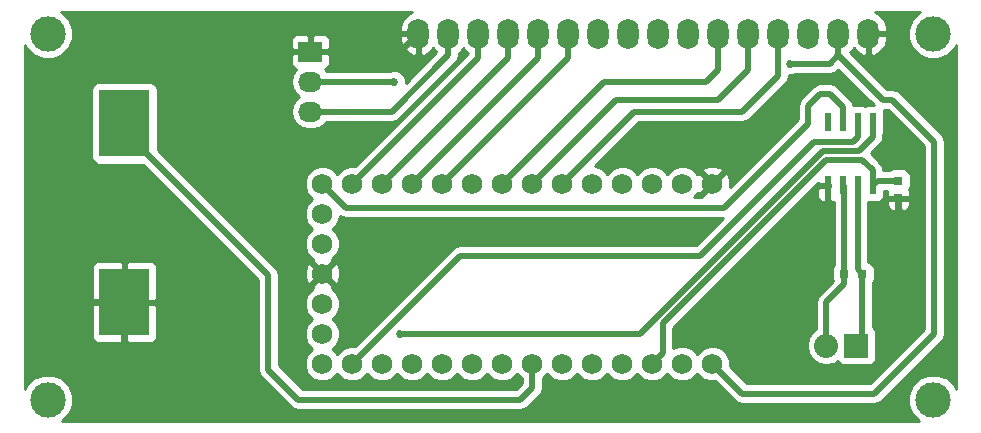
<source format=gtl>
G04 #@! TF.FileFunction,Copper,L1,Top,Signal*
%FSLAX46Y46*%
G04 Gerber Fmt 4.6, Leading zero omitted, Abs format (unit mm)*
G04 Created by KiCad (PCBNEW 4.0.1-3.201512221402+6198~38~ubuntu14.04.1-stable) date Sat 13 Aug 2016 09:47:32 AM PDT*
%MOMM*%
G01*
G04 APERTURE LIST*
%ADD10C,0.100000*%
%ADD11R,0.600000X1.550000*%
%ADD12R,0.800000X0.750000*%
%ADD13R,0.750000X0.800000*%
%ADD14R,2.032000X2.032000*%
%ADD15O,2.032000X2.032000*%
%ADD16O,1.800000X2.600000*%
%ADD17C,3.000000*%
%ADD18R,2.032000X1.727200*%
%ADD19O,2.032000X1.727200*%
%ADD20R,4.300000X5.700000*%
%ADD21C,1.727200*%
%ADD22C,0.685800*%
%ADD23C,0.508000*%
%ADD24C,0.254000*%
G04 APERTURE END LIST*
D10*
D11*
X166751000Y-92616000D03*
X168021000Y-92616000D03*
X169291000Y-92616000D03*
X170561000Y-92616000D03*
X170561000Y-87216000D03*
X169291000Y-87216000D03*
X168021000Y-87216000D03*
X166751000Y-87216000D03*
D12*
X169648000Y-100076000D03*
X168148000Y-100076000D03*
D13*
X172720000Y-92214000D03*
X172720000Y-93714000D03*
D14*
X169164000Y-106172000D03*
D15*
X166624000Y-106172000D03*
D16*
X170180000Y-79756000D03*
X167640000Y-79756000D03*
X165100000Y-79756000D03*
X162560000Y-79756000D03*
X160020000Y-79756000D03*
X157480000Y-79756000D03*
X154940000Y-79756000D03*
X152400000Y-79756000D03*
X149860000Y-79756000D03*
X147320000Y-79756000D03*
X144780000Y-79756000D03*
X142240000Y-79756000D03*
X139700000Y-79756000D03*
X137160000Y-79756000D03*
X134620000Y-79756000D03*
X132080000Y-79756000D03*
D17*
X175679100Y-79756000D03*
X175679100Y-110756700D03*
X100680520Y-110756700D03*
X100680520Y-79756000D03*
D18*
X122936000Y-81280000D03*
D19*
X122936000Y-83820000D03*
X122936000Y-86360000D03*
D20*
X107188000Y-87346000D03*
X107188000Y-102496000D03*
D21*
X156972000Y-92456000D03*
X154432000Y-92456000D03*
X151892000Y-92456000D03*
X149352000Y-92456000D03*
X146812000Y-92456000D03*
X144272000Y-92456000D03*
X141732000Y-92456000D03*
X139192000Y-92456000D03*
X136652000Y-92456000D03*
X134112000Y-92456000D03*
X131572000Y-92456000D03*
X129032000Y-92456000D03*
X126492000Y-92456000D03*
X123952000Y-92456000D03*
X123952000Y-94996000D03*
X123952000Y-97536000D03*
X123952000Y-100076000D03*
X123952000Y-102616000D03*
X123952000Y-105156000D03*
X123952000Y-107696000D03*
X131572000Y-107696000D03*
X151892000Y-107696000D03*
X136652000Y-107696000D03*
X134112000Y-107696000D03*
X154432000Y-107696000D03*
X146812000Y-107696000D03*
X156972000Y-107696000D03*
X144272000Y-107696000D03*
X141732000Y-107696000D03*
X139192000Y-107696000D03*
X149352000Y-107696000D03*
X126492000Y-107696000D03*
X129032000Y-107696000D03*
D22*
X102616000Y-102616000D03*
X107188000Y-107696000D03*
X166624000Y-94488000D03*
X172720000Y-95504000D03*
X163576000Y-82296000D03*
X130048000Y-83820000D03*
X130556000Y-105156000D03*
D23*
X169291000Y-92616000D02*
X169291000Y-99719000D01*
X169291000Y-99719000D02*
X169648000Y-100076000D01*
X169648000Y-100076000D02*
X169648000Y-105688000D01*
X169648000Y-105688000D02*
X169164000Y-106172000D01*
X168148000Y-100076000D02*
X168148000Y-92743000D01*
X168148000Y-92743000D02*
X168021000Y-92616000D01*
X168148000Y-100076000D02*
X168148000Y-100959000D01*
X168148000Y-100959000D02*
X166624000Y-102483000D01*
X166624000Y-102483000D02*
X166624000Y-104735160D01*
X166624000Y-104735160D02*
X166624000Y-106172000D01*
X172720000Y-92214000D02*
X170963000Y-92214000D01*
X170963000Y-92214000D02*
X170561000Y-92616000D01*
X169672000Y-90424000D02*
X170561000Y-91313000D01*
X170561000Y-91313000D02*
X170561000Y-92616000D01*
X166624000Y-90424000D02*
X169672000Y-90424000D01*
X152755599Y-104292401D02*
X166624000Y-90424000D01*
X151892000Y-107696000D02*
X152755599Y-106832401D01*
X152755599Y-106832401D02*
X152755599Y-104292401D01*
X102736000Y-102496000D02*
X102616000Y-102616000D01*
X107188000Y-102496000D02*
X102736000Y-102496000D01*
X107188000Y-102496000D02*
X107188000Y-107696000D01*
X166751000Y-92616000D02*
X166751000Y-94361000D01*
X166751000Y-94361000D02*
X166624000Y-94488000D01*
X172720000Y-93714000D02*
X172720000Y-95504000D01*
X122936000Y-81280000D02*
X130556000Y-81280000D01*
X130556000Y-81280000D02*
X132080000Y-79756000D01*
X166908000Y-82296000D02*
X163576000Y-82296000D01*
X167640000Y-81564000D02*
X166908000Y-82296000D01*
X170688000Y-110236000D02*
X159512000Y-110236000D01*
X159512000Y-110236000D02*
X156972000Y-107696000D01*
X175768000Y-105156000D02*
X170688000Y-110236000D01*
X175768000Y-88900000D02*
X175768000Y-105156000D01*
X172212000Y-85344000D02*
X175768000Y-88900000D01*
X171420000Y-85344000D02*
X172212000Y-85344000D01*
X167640000Y-79756000D02*
X167640000Y-81564000D01*
X167640000Y-81564000D02*
X171420000Y-85344000D01*
X134620000Y-79756000D02*
X134620000Y-81564000D01*
X134620000Y-81564000D02*
X129824000Y-86360000D01*
X129824000Y-86360000D02*
X124460000Y-86360000D01*
X124460000Y-86360000D02*
X122936000Y-86360000D01*
X122936000Y-83820000D02*
X130048000Y-83820000D01*
X159512000Y-86360000D02*
X162560000Y-83312000D01*
X162560000Y-83312000D02*
X162560000Y-79756000D01*
X150368000Y-86360000D02*
X159512000Y-86360000D01*
X144272000Y-92456000D02*
X150368000Y-86360000D01*
X157480000Y-85344000D02*
X160020000Y-82804000D01*
X160020000Y-82804000D02*
X160020000Y-79756000D01*
X148844000Y-85344000D02*
X157480000Y-85344000D01*
X141732000Y-92456000D02*
X148844000Y-85344000D01*
X156464000Y-83820000D02*
X157480000Y-82804000D01*
X157480000Y-82804000D02*
X157480000Y-79756000D01*
X147828000Y-83820000D02*
X156464000Y-83820000D01*
X139192000Y-92456000D02*
X147828000Y-83820000D01*
X134112000Y-92456000D02*
X144780000Y-81788000D01*
X144780000Y-81788000D02*
X144780000Y-79756000D01*
X131572000Y-92456000D02*
X142240000Y-81788000D01*
X142240000Y-81788000D02*
X142240000Y-79756000D01*
X139700000Y-81788000D02*
X139700000Y-79756000D01*
X129032000Y-92456000D02*
X139700000Y-81788000D01*
X126492000Y-92456000D02*
X137160000Y-81788000D01*
X137160000Y-81788000D02*
X137160000Y-79756000D01*
X140716000Y-110744000D02*
X141732000Y-109728000D01*
X141732000Y-109728000D02*
X141732000Y-107696000D01*
X121920000Y-110744000D02*
X140716000Y-110744000D01*
X119380000Y-108204000D02*
X121920000Y-110744000D01*
X119380000Y-100238000D02*
X119380000Y-108204000D01*
X107188000Y-87346000D02*
X107188000Y-88046000D01*
X107188000Y-88046000D02*
X119380000Y-100238000D01*
X169398011Y-89661989D02*
X170561000Y-88499000D01*
X166308365Y-89661989D02*
X169398011Y-89661989D01*
X130556000Y-105156000D02*
X150814354Y-105156000D01*
X170561000Y-88499000D02*
X170561000Y-87216000D01*
X150814354Y-105156000D02*
X166308365Y-89661989D01*
X168890022Y-88899978D02*
X169291000Y-88499000D01*
X165608022Y-88899978D02*
X168890022Y-88899978D01*
X135636000Y-98552000D02*
X155956000Y-98552000D01*
X126492000Y-107696000D02*
X135636000Y-98552000D01*
X155956000Y-98552000D02*
X165608022Y-88899978D01*
X169291000Y-88499000D02*
X169291000Y-87216000D01*
X165100000Y-85852000D02*
X166116000Y-84836000D01*
X165100000Y-85852000D02*
X165100000Y-87376000D01*
X166924000Y-84836000D02*
X166116000Y-84836000D01*
X168021000Y-87216000D02*
X168021000Y-85933000D01*
X168021000Y-85933000D02*
X166924000Y-84836000D01*
X123952000Y-92456000D02*
X125984000Y-94488000D01*
X125984000Y-94488000D02*
X157988000Y-94488000D01*
X157988000Y-94488000D02*
X165100000Y-87376000D01*
D24*
G36*
X131084394Y-78180788D02*
X130710446Y-78651248D01*
X130545000Y-79229000D01*
X130545000Y-79629000D01*
X131953000Y-79629000D01*
X131953000Y-79609000D01*
X132207000Y-79609000D01*
X132207000Y-79629000D01*
X132227000Y-79629000D01*
X132227000Y-79883000D01*
X132207000Y-79883000D01*
X132207000Y-81526378D01*
X132444740Y-81647036D01*
X132550086Y-81622756D01*
X133075606Y-81331212D01*
X133343808Y-80993790D01*
X133534591Y-81279318D01*
X133602243Y-81324521D01*
X131025830Y-83900934D01*
X131026069Y-83626337D01*
X130877507Y-83266788D01*
X130602659Y-82991460D01*
X130243370Y-82842270D01*
X129854337Y-82841931D01*
X129638773Y-82931000D01*
X124294453Y-82931000D01*
X124180415Y-82760330D01*
X124158220Y-82745500D01*
X124311698Y-82681927D01*
X124490327Y-82503299D01*
X124587000Y-82269910D01*
X124587000Y-81565750D01*
X124428250Y-81407000D01*
X123063000Y-81407000D01*
X123063000Y-81427000D01*
X122809000Y-81427000D01*
X122809000Y-81407000D01*
X121443750Y-81407000D01*
X121285000Y-81565750D01*
X121285000Y-82269910D01*
X121381673Y-82503299D01*
X121560302Y-82681927D01*
X121713780Y-82745500D01*
X121691585Y-82760330D01*
X121366729Y-83246511D01*
X121252655Y-83820000D01*
X121366729Y-84393489D01*
X121691585Y-84879670D01*
X122006366Y-85090000D01*
X121691585Y-85300330D01*
X121366729Y-85786511D01*
X121252655Y-86360000D01*
X121366729Y-86933489D01*
X121691585Y-87419670D01*
X122177766Y-87744526D01*
X122751255Y-87858600D01*
X123120745Y-87858600D01*
X123694234Y-87744526D01*
X124180415Y-87419670D01*
X124294453Y-87249000D01*
X129824000Y-87249000D01*
X130164206Y-87181329D01*
X130452618Y-86988618D01*
X135248618Y-82192618D01*
X135441329Y-81904206D01*
X135509000Y-81564000D01*
X135509000Y-81410554D01*
X135705409Y-81279318D01*
X135890000Y-81003058D01*
X136074591Y-81279318D01*
X136271000Y-81410554D01*
X136271000Y-81419764D01*
X126733154Y-90957610D01*
X126195218Y-90957141D01*
X125644220Y-91184808D01*
X125222290Y-91606003D01*
X125221905Y-91606931D01*
X124801997Y-91186290D01*
X124251398Y-90957661D01*
X123655218Y-90957141D01*
X123104220Y-91184808D01*
X122682290Y-91606003D01*
X122453661Y-92156602D01*
X122453141Y-92752782D01*
X122680808Y-93303780D01*
X123102003Y-93725710D01*
X123102931Y-93726095D01*
X122682290Y-94146003D01*
X122453661Y-94696602D01*
X122453141Y-95292782D01*
X122680808Y-95843780D01*
X123102003Y-96265710D01*
X123102931Y-96266095D01*
X122682290Y-96686003D01*
X122453661Y-97236602D01*
X122453141Y-97832782D01*
X122680808Y-98383780D01*
X123102003Y-98805710D01*
X123142537Y-98822541D01*
X123077800Y-99022195D01*
X123952000Y-99896395D01*
X124826200Y-99022195D01*
X124761601Y-98822967D01*
X124799780Y-98807192D01*
X125221710Y-98385997D01*
X125450339Y-97835398D01*
X125450859Y-97239218D01*
X125223192Y-96688220D01*
X124801997Y-96266290D01*
X124801069Y-96265905D01*
X125221710Y-95845997D01*
X125450339Y-95295398D01*
X125450440Y-95180134D01*
X125643794Y-95309329D01*
X125984000Y-95377000D01*
X157873764Y-95377000D01*
X155587764Y-97663000D01*
X135636000Y-97663000D01*
X135295794Y-97730671D01*
X135007382Y-97923382D01*
X126733154Y-106197610D01*
X126195218Y-106197141D01*
X125644220Y-106424808D01*
X125222290Y-106846003D01*
X125221905Y-106846931D01*
X124801997Y-106426290D01*
X124801069Y-106425905D01*
X125221710Y-106005997D01*
X125450339Y-105455398D01*
X125450859Y-104859218D01*
X125223192Y-104308220D01*
X124801997Y-103886290D01*
X124801069Y-103885905D01*
X125221710Y-103465997D01*
X125450339Y-102915398D01*
X125450859Y-102319218D01*
X125223192Y-101768220D01*
X124801997Y-101346290D01*
X124761463Y-101329459D01*
X124826200Y-101129805D01*
X123952000Y-100255605D01*
X123077800Y-101129805D01*
X123142399Y-101329033D01*
X123104220Y-101344808D01*
X122682290Y-101766003D01*
X122453661Y-102316602D01*
X122453141Y-102912782D01*
X122680808Y-103463780D01*
X123102003Y-103885710D01*
X123102931Y-103886095D01*
X122682290Y-104306003D01*
X122453661Y-104856602D01*
X122453141Y-105452782D01*
X122680808Y-106003780D01*
X123102003Y-106425710D01*
X123102931Y-106426095D01*
X122682290Y-106846003D01*
X122453661Y-107396602D01*
X122453141Y-107992782D01*
X122680808Y-108543780D01*
X123102003Y-108965710D01*
X123652602Y-109194339D01*
X124248782Y-109194859D01*
X124799780Y-108967192D01*
X125221710Y-108545997D01*
X125222095Y-108545069D01*
X125642003Y-108965710D01*
X126192602Y-109194339D01*
X126788782Y-109194859D01*
X127339780Y-108967192D01*
X127761710Y-108545997D01*
X127762095Y-108545069D01*
X128182003Y-108965710D01*
X128732602Y-109194339D01*
X129328782Y-109194859D01*
X129879780Y-108967192D01*
X130301710Y-108545997D01*
X130302095Y-108545069D01*
X130722003Y-108965710D01*
X131272602Y-109194339D01*
X131868782Y-109194859D01*
X132419780Y-108967192D01*
X132841710Y-108545997D01*
X132842095Y-108545069D01*
X133262003Y-108965710D01*
X133812602Y-109194339D01*
X134408782Y-109194859D01*
X134959780Y-108967192D01*
X135381710Y-108545997D01*
X135382095Y-108545069D01*
X135802003Y-108965710D01*
X136352602Y-109194339D01*
X136948782Y-109194859D01*
X137499780Y-108967192D01*
X137921710Y-108545997D01*
X137922095Y-108545069D01*
X138342003Y-108965710D01*
X138892602Y-109194339D01*
X139488782Y-109194859D01*
X140039780Y-108967192D01*
X140461710Y-108545997D01*
X140462095Y-108545069D01*
X140843000Y-108926639D01*
X140843000Y-109359764D01*
X140347764Y-109855000D01*
X122288236Y-109855000D01*
X120269000Y-107835764D01*
X120269000Y-100238000D01*
X120201329Y-99897794D01*
X120165405Y-99844030D01*
X122441752Y-99844030D01*
X122467942Y-100439635D01*
X122645484Y-100868259D01*
X122898195Y-100950200D01*
X123772395Y-100076000D01*
X124131605Y-100076000D01*
X125005805Y-100950200D01*
X125258516Y-100868259D01*
X125462248Y-100307970D01*
X125436058Y-99712365D01*
X125258516Y-99283741D01*
X125005805Y-99201800D01*
X124131605Y-100076000D01*
X123772395Y-100076000D01*
X122898195Y-99201800D01*
X122645484Y-99283741D01*
X122441752Y-99844030D01*
X120165405Y-99844030D01*
X120008618Y-99609382D01*
X109985440Y-89586204D01*
X109985440Y-84496000D01*
X109941162Y-84260683D01*
X109802090Y-84044559D01*
X109589890Y-83899569D01*
X109338000Y-83848560D01*
X105038000Y-83848560D01*
X104802683Y-83892838D01*
X104586559Y-84031910D01*
X104441569Y-84244110D01*
X104390560Y-84496000D01*
X104390560Y-90196000D01*
X104434838Y-90431317D01*
X104573910Y-90647441D01*
X104786110Y-90792431D01*
X105038000Y-90843440D01*
X108728204Y-90843440D01*
X118491000Y-100606236D01*
X118491000Y-108204000D01*
X118558671Y-108544206D01*
X118751382Y-108832618D01*
X121291382Y-111372618D01*
X121579794Y-111565329D01*
X121920000Y-111633000D01*
X140716000Y-111633000D01*
X141056206Y-111565329D01*
X141344618Y-111372618D01*
X142360618Y-110356618D01*
X142441212Y-110236000D01*
X142553329Y-110068206D01*
X142621000Y-109728000D01*
X142621000Y-108926044D01*
X143001710Y-108545997D01*
X143002095Y-108545069D01*
X143422003Y-108965710D01*
X143972602Y-109194339D01*
X144568782Y-109194859D01*
X145119780Y-108967192D01*
X145541710Y-108545997D01*
X145542095Y-108545069D01*
X145962003Y-108965710D01*
X146512602Y-109194339D01*
X147108782Y-109194859D01*
X147659780Y-108967192D01*
X148081710Y-108545997D01*
X148082095Y-108545069D01*
X148502003Y-108965710D01*
X149052602Y-109194339D01*
X149648782Y-109194859D01*
X150199780Y-108967192D01*
X150621710Y-108545997D01*
X150622095Y-108545069D01*
X151042003Y-108965710D01*
X151592602Y-109194339D01*
X152188782Y-109194859D01*
X152739780Y-108967192D01*
X153161710Y-108545997D01*
X153162095Y-108545069D01*
X153582003Y-108965710D01*
X154132602Y-109194339D01*
X154728782Y-109194859D01*
X155279780Y-108967192D01*
X155701710Y-108545997D01*
X155702095Y-108545069D01*
X156122003Y-108965710D01*
X156672602Y-109194339D01*
X157213575Y-109194811D01*
X158883382Y-110864618D01*
X159171794Y-111057329D01*
X159512000Y-111125000D01*
X170688000Y-111125000D01*
X171028206Y-111057329D01*
X171316618Y-110864618D01*
X176396618Y-105784618D01*
X176461176Y-105688000D01*
X176589329Y-105496206D01*
X176657000Y-105156000D01*
X176657000Y-88900000D01*
X176589329Y-88559794D01*
X176396618Y-88271382D01*
X172840618Y-84715382D01*
X172729790Y-84641329D01*
X172552206Y-84522671D01*
X172212000Y-84455000D01*
X171788236Y-84455000D01*
X168657757Y-81324521D01*
X168725409Y-81279318D01*
X168916192Y-80993790D01*
X169184394Y-81331212D01*
X169709914Y-81622756D01*
X169815260Y-81647036D01*
X170053000Y-81526378D01*
X170053000Y-79883000D01*
X170307000Y-79883000D01*
X170307000Y-81526378D01*
X170544740Y-81647036D01*
X170650086Y-81622756D01*
X171175606Y-81331212D01*
X171549554Y-80860752D01*
X171715000Y-80283000D01*
X171715000Y-79883000D01*
X170307000Y-79883000D01*
X170053000Y-79883000D01*
X170033000Y-79883000D01*
X170033000Y-79629000D01*
X170053000Y-79629000D01*
X170053000Y-79609000D01*
X170307000Y-79609000D01*
X170307000Y-79629000D01*
X171715000Y-79629000D01*
X171715000Y-79229000D01*
X171549554Y-78651248D01*
X171175606Y-78180788D01*
X170716340Y-77926000D01*
X174517235Y-77926000D01*
X174471300Y-77944980D01*
X173870191Y-78545041D01*
X173544472Y-79329459D01*
X173543730Y-80178815D01*
X173868080Y-80963800D01*
X174468141Y-81564909D01*
X175252559Y-81890628D01*
X176101915Y-81891370D01*
X176886900Y-81567020D01*
X177488009Y-80966959D01*
X177598000Y-80702071D01*
X177598000Y-109809989D01*
X177490120Y-109548900D01*
X176890059Y-108947791D01*
X176105641Y-108622072D01*
X175256285Y-108621330D01*
X174471300Y-108945680D01*
X173870191Y-109545741D01*
X173544472Y-110330159D01*
X173543730Y-111179515D01*
X173868080Y-111964500D01*
X174468141Y-112565609D01*
X174488349Y-112574000D01*
X101873121Y-112574000D01*
X101888320Y-112567720D01*
X102489429Y-111967659D01*
X102815148Y-111183241D01*
X102815890Y-110333885D01*
X102491540Y-109548900D01*
X101891479Y-108947791D01*
X101107061Y-108622072D01*
X100257705Y-108621330D01*
X99472720Y-108945680D01*
X98871611Y-109545741D01*
X98754000Y-109828980D01*
X98754000Y-102781750D01*
X104403000Y-102781750D01*
X104403000Y-105472309D01*
X104499673Y-105705698D01*
X104678301Y-105884327D01*
X104911690Y-105981000D01*
X106902250Y-105981000D01*
X107061000Y-105822250D01*
X107061000Y-102623000D01*
X107315000Y-102623000D01*
X107315000Y-105822250D01*
X107473750Y-105981000D01*
X109464310Y-105981000D01*
X109697699Y-105884327D01*
X109876327Y-105705698D01*
X109973000Y-105472309D01*
X109973000Y-102781750D01*
X109814250Y-102623000D01*
X107315000Y-102623000D01*
X107061000Y-102623000D01*
X104561750Y-102623000D01*
X104403000Y-102781750D01*
X98754000Y-102781750D01*
X98754000Y-99519691D01*
X104403000Y-99519691D01*
X104403000Y-102210250D01*
X104561750Y-102369000D01*
X107061000Y-102369000D01*
X107061000Y-99169750D01*
X107315000Y-99169750D01*
X107315000Y-102369000D01*
X109814250Y-102369000D01*
X109973000Y-102210250D01*
X109973000Y-99519691D01*
X109876327Y-99286302D01*
X109697699Y-99107673D01*
X109464310Y-99011000D01*
X107473750Y-99011000D01*
X107315000Y-99169750D01*
X107061000Y-99169750D01*
X106902250Y-99011000D01*
X104911690Y-99011000D01*
X104678301Y-99107673D01*
X104499673Y-99286302D01*
X104403000Y-99519691D01*
X98754000Y-99519691D01*
X98754000Y-80684269D01*
X98869500Y-80963800D01*
X99469561Y-81564909D01*
X100253979Y-81890628D01*
X101103335Y-81891370D01*
X101888320Y-81567020D01*
X102489429Y-80966959D01*
X102770489Y-80290090D01*
X121285000Y-80290090D01*
X121285000Y-80994250D01*
X121443750Y-81153000D01*
X122809000Y-81153000D01*
X122809000Y-79940150D01*
X123063000Y-79940150D01*
X123063000Y-81153000D01*
X124428250Y-81153000D01*
X124587000Y-80994250D01*
X124587000Y-80290090D01*
X124490327Y-80056701D01*
X124316626Y-79883000D01*
X130545000Y-79883000D01*
X130545000Y-80283000D01*
X130710446Y-80860752D01*
X131084394Y-81331212D01*
X131609914Y-81622756D01*
X131715260Y-81647036D01*
X131953000Y-81526378D01*
X131953000Y-79883000D01*
X130545000Y-79883000D01*
X124316626Y-79883000D01*
X124311698Y-79878073D01*
X124078309Y-79781400D01*
X123221750Y-79781400D01*
X123063000Y-79940150D01*
X122809000Y-79940150D01*
X122650250Y-79781400D01*
X121793691Y-79781400D01*
X121560302Y-79878073D01*
X121381673Y-80056701D01*
X121285000Y-80290090D01*
X102770489Y-80290090D01*
X102815148Y-80182541D01*
X102815890Y-79333185D01*
X102491540Y-78548200D01*
X101891479Y-77947091D01*
X101840686Y-77926000D01*
X131543660Y-77926000D01*
X131084394Y-78180788D01*
X131084394Y-78180788D01*
G37*
X131084394Y-78180788D02*
X130710446Y-78651248D01*
X130545000Y-79229000D01*
X130545000Y-79629000D01*
X131953000Y-79629000D01*
X131953000Y-79609000D01*
X132207000Y-79609000D01*
X132207000Y-79629000D01*
X132227000Y-79629000D01*
X132227000Y-79883000D01*
X132207000Y-79883000D01*
X132207000Y-81526378D01*
X132444740Y-81647036D01*
X132550086Y-81622756D01*
X133075606Y-81331212D01*
X133343808Y-80993790D01*
X133534591Y-81279318D01*
X133602243Y-81324521D01*
X131025830Y-83900934D01*
X131026069Y-83626337D01*
X130877507Y-83266788D01*
X130602659Y-82991460D01*
X130243370Y-82842270D01*
X129854337Y-82841931D01*
X129638773Y-82931000D01*
X124294453Y-82931000D01*
X124180415Y-82760330D01*
X124158220Y-82745500D01*
X124311698Y-82681927D01*
X124490327Y-82503299D01*
X124587000Y-82269910D01*
X124587000Y-81565750D01*
X124428250Y-81407000D01*
X123063000Y-81407000D01*
X123063000Y-81427000D01*
X122809000Y-81427000D01*
X122809000Y-81407000D01*
X121443750Y-81407000D01*
X121285000Y-81565750D01*
X121285000Y-82269910D01*
X121381673Y-82503299D01*
X121560302Y-82681927D01*
X121713780Y-82745500D01*
X121691585Y-82760330D01*
X121366729Y-83246511D01*
X121252655Y-83820000D01*
X121366729Y-84393489D01*
X121691585Y-84879670D01*
X122006366Y-85090000D01*
X121691585Y-85300330D01*
X121366729Y-85786511D01*
X121252655Y-86360000D01*
X121366729Y-86933489D01*
X121691585Y-87419670D01*
X122177766Y-87744526D01*
X122751255Y-87858600D01*
X123120745Y-87858600D01*
X123694234Y-87744526D01*
X124180415Y-87419670D01*
X124294453Y-87249000D01*
X129824000Y-87249000D01*
X130164206Y-87181329D01*
X130452618Y-86988618D01*
X135248618Y-82192618D01*
X135441329Y-81904206D01*
X135509000Y-81564000D01*
X135509000Y-81410554D01*
X135705409Y-81279318D01*
X135890000Y-81003058D01*
X136074591Y-81279318D01*
X136271000Y-81410554D01*
X136271000Y-81419764D01*
X126733154Y-90957610D01*
X126195218Y-90957141D01*
X125644220Y-91184808D01*
X125222290Y-91606003D01*
X125221905Y-91606931D01*
X124801997Y-91186290D01*
X124251398Y-90957661D01*
X123655218Y-90957141D01*
X123104220Y-91184808D01*
X122682290Y-91606003D01*
X122453661Y-92156602D01*
X122453141Y-92752782D01*
X122680808Y-93303780D01*
X123102003Y-93725710D01*
X123102931Y-93726095D01*
X122682290Y-94146003D01*
X122453661Y-94696602D01*
X122453141Y-95292782D01*
X122680808Y-95843780D01*
X123102003Y-96265710D01*
X123102931Y-96266095D01*
X122682290Y-96686003D01*
X122453661Y-97236602D01*
X122453141Y-97832782D01*
X122680808Y-98383780D01*
X123102003Y-98805710D01*
X123142537Y-98822541D01*
X123077800Y-99022195D01*
X123952000Y-99896395D01*
X124826200Y-99022195D01*
X124761601Y-98822967D01*
X124799780Y-98807192D01*
X125221710Y-98385997D01*
X125450339Y-97835398D01*
X125450859Y-97239218D01*
X125223192Y-96688220D01*
X124801997Y-96266290D01*
X124801069Y-96265905D01*
X125221710Y-95845997D01*
X125450339Y-95295398D01*
X125450440Y-95180134D01*
X125643794Y-95309329D01*
X125984000Y-95377000D01*
X157873764Y-95377000D01*
X155587764Y-97663000D01*
X135636000Y-97663000D01*
X135295794Y-97730671D01*
X135007382Y-97923382D01*
X126733154Y-106197610D01*
X126195218Y-106197141D01*
X125644220Y-106424808D01*
X125222290Y-106846003D01*
X125221905Y-106846931D01*
X124801997Y-106426290D01*
X124801069Y-106425905D01*
X125221710Y-106005997D01*
X125450339Y-105455398D01*
X125450859Y-104859218D01*
X125223192Y-104308220D01*
X124801997Y-103886290D01*
X124801069Y-103885905D01*
X125221710Y-103465997D01*
X125450339Y-102915398D01*
X125450859Y-102319218D01*
X125223192Y-101768220D01*
X124801997Y-101346290D01*
X124761463Y-101329459D01*
X124826200Y-101129805D01*
X123952000Y-100255605D01*
X123077800Y-101129805D01*
X123142399Y-101329033D01*
X123104220Y-101344808D01*
X122682290Y-101766003D01*
X122453661Y-102316602D01*
X122453141Y-102912782D01*
X122680808Y-103463780D01*
X123102003Y-103885710D01*
X123102931Y-103886095D01*
X122682290Y-104306003D01*
X122453661Y-104856602D01*
X122453141Y-105452782D01*
X122680808Y-106003780D01*
X123102003Y-106425710D01*
X123102931Y-106426095D01*
X122682290Y-106846003D01*
X122453661Y-107396602D01*
X122453141Y-107992782D01*
X122680808Y-108543780D01*
X123102003Y-108965710D01*
X123652602Y-109194339D01*
X124248782Y-109194859D01*
X124799780Y-108967192D01*
X125221710Y-108545997D01*
X125222095Y-108545069D01*
X125642003Y-108965710D01*
X126192602Y-109194339D01*
X126788782Y-109194859D01*
X127339780Y-108967192D01*
X127761710Y-108545997D01*
X127762095Y-108545069D01*
X128182003Y-108965710D01*
X128732602Y-109194339D01*
X129328782Y-109194859D01*
X129879780Y-108967192D01*
X130301710Y-108545997D01*
X130302095Y-108545069D01*
X130722003Y-108965710D01*
X131272602Y-109194339D01*
X131868782Y-109194859D01*
X132419780Y-108967192D01*
X132841710Y-108545997D01*
X132842095Y-108545069D01*
X133262003Y-108965710D01*
X133812602Y-109194339D01*
X134408782Y-109194859D01*
X134959780Y-108967192D01*
X135381710Y-108545997D01*
X135382095Y-108545069D01*
X135802003Y-108965710D01*
X136352602Y-109194339D01*
X136948782Y-109194859D01*
X137499780Y-108967192D01*
X137921710Y-108545997D01*
X137922095Y-108545069D01*
X138342003Y-108965710D01*
X138892602Y-109194339D01*
X139488782Y-109194859D01*
X140039780Y-108967192D01*
X140461710Y-108545997D01*
X140462095Y-108545069D01*
X140843000Y-108926639D01*
X140843000Y-109359764D01*
X140347764Y-109855000D01*
X122288236Y-109855000D01*
X120269000Y-107835764D01*
X120269000Y-100238000D01*
X120201329Y-99897794D01*
X120165405Y-99844030D01*
X122441752Y-99844030D01*
X122467942Y-100439635D01*
X122645484Y-100868259D01*
X122898195Y-100950200D01*
X123772395Y-100076000D01*
X124131605Y-100076000D01*
X125005805Y-100950200D01*
X125258516Y-100868259D01*
X125462248Y-100307970D01*
X125436058Y-99712365D01*
X125258516Y-99283741D01*
X125005805Y-99201800D01*
X124131605Y-100076000D01*
X123772395Y-100076000D01*
X122898195Y-99201800D01*
X122645484Y-99283741D01*
X122441752Y-99844030D01*
X120165405Y-99844030D01*
X120008618Y-99609382D01*
X109985440Y-89586204D01*
X109985440Y-84496000D01*
X109941162Y-84260683D01*
X109802090Y-84044559D01*
X109589890Y-83899569D01*
X109338000Y-83848560D01*
X105038000Y-83848560D01*
X104802683Y-83892838D01*
X104586559Y-84031910D01*
X104441569Y-84244110D01*
X104390560Y-84496000D01*
X104390560Y-90196000D01*
X104434838Y-90431317D01*
X104573910Y-90647441D01*
X104786110Y-90792431D01*
X105038000Y-90843440D01*
X108728204Y-90843440D01*
X118491000Y-100606236D01*
X118491000Y-108204000D01*
X118558671Y-108544206D01*
X118751382Y-108832618D01*
X121291382Y-111372618D01*
X121579794Y-111565329D01*
X121920000Y-111633000D01*
X140716000Y-111633000D01*
X141056206Y-111565329D01*
X141344618Y-111372618D01*
X142360618Y-110356618D01*
X142441212Y-110236000D01*
X142553329Y-110068206D01*
X142621000Y-109728000D01*
X142621000Y-108926044D01*
X143001710Y-108545997D01*
X143002095Y-108545069D01*
X143422003Y-108965710D01*
X143972602Y-109194339D01*
X144568782Y-109194859D01*
X145119780Y-108967192D01*
X145541710Y-108545997D01*
X145542095Y-108545069D01*
X145962003Y-108965710D01*
X146512602Y-109194339D01*
X147108782Y-109194859D01*
X147659780Y-108967192D01*
X148081710Y-108545997D01*
X148082095Y-108545069D01*
X148502003Y-108965710D01*
X149052602Y-109194339D01*
X149648782Y-109194859D01*
X150199780Y-108967192D01*
X150621710Y-108545997D01*
X150622095Y-108545069D01*
X151042003Y-108965710D01*
X151592602Y-109194339D01*
X152188782Y-109194859D01*
X152739780Y-108967192D01*
X153161710Y-108545997D01*
X153162095Y-108545069D01*
X153582003Y-108965710D01*
X154132602Y-109194339D01*
X154728782Y-109194859D01*
X155279780Y-108967192D01*
X155701710Y-108545997D01*
X155702095Y-108545069D01*
X156122003Y-108965710D01*
X156672602Y-109194339D01*
X157213575Y-109194811D01*
X158883382Y-110864618D01*
X159171794Y-111057329D01*
X159512000Y-111125000D01*
X170688000Y-111125000D01*
X171028206Y-111057329D01*
X171316618Y-110864618D01*
X176396618Y-105784618D01*
X176461176Y-105688000D01*
X176589329Y-105496206D01*
X176657000Y-105156000D01*
X176657000Y-88900000D01*
X176589329Y-88559794D01*
X176396618Y-88271382D01*
X172840618Y-84715382D01*
X172729790Y-84641329D01*
X172552206Y-84522671D01*
X172212000Y-84455000D01*
X171788236Y-84455000D01*
X168657757Y-81324521D01*
X168725409Y-81279318D01*
X168916192Y-80993790D01*
X169184394Y-81331212D01*
X169709914Y-81622756D01*
X169815260Y-81647036D01*
X170053000Y-81526378D01*
X170053000Y-79883000D01*
X170307000Y-79883000D01*
X170307000Y-81526378D01*
X170544740Y-81647036D01*
X170650086Y-81622756D01*
X171175606Y-81331212D01*
X171549554Y-80860752D01*
X171715000Y-80283000D01*
X171715000Y-79883000D01*
X170307000Y-79883000D01*
X170053000Y-79883000D01*
X170033000Y-79883000D01*
X170033000Y-79629000D01*
X170053000Y-79629000D01*
X170053000Y-79609000D01*
X170307000Y-79609000D01*
X170307000Y-79629000D01*
X171715000Y-79629000D01*
X171715000Y-79229000D01*
X171549554Y-78651248D01*
X171175606Y-78180788D01*
X170716340Y-77926000D01*
X174517235Y-77926000D01*
X174471300Y-77944980D01*
X173870191Y-78545041D01*
X173544472Y-79329459D01*
X173543730Y-80178815D01*
X173868080Y-80963800D01*
X174468141Y-81564909D01*
X175252559Y-81890628D01*
X176101915Y-81891370D01*
X176886900Y-81567020D01*
X177488009Y-80966959D01*
X177598000Y-80702071D01*
X177598000Y-109809989D01*
X177490120Y-109548900D01*
X176890059Y-108947791D01*
X176105641Y-108622072D01*
X175256285Y-108621330D01*
X174471300Y-108945680D01*
X173870191Y-109545741D01*
X173544472Y-110330159D01*
X173543730Y-111179515D01*
X173868080Y-111964500D01*
X174468141Y-112565609D01*
X174488349Y-112574000D01*
X101873121Y-112574000D01*
X101888320Y-112567720D01*
X102489429Y-111967659D01*
X102815148Y-111183241D01*
X102815890Y-110333885D01*
X102491540Y-109548900D01*
X101891479Y-108947791D01*
X101107061Y-108622072D01*
X100257705Y-108621330D01*
X99472720Y-108945680D01*
X98871611Y-109545741D01*
X98754000Y-109828980D01*
X98754000Y-102781750D01*
X104403000Y-102781750D01*
X104403000Y-105472309D01*
X104499673Y-105705698D01*
X104678301Y-105884327D01*
X104911690Y-105981000D01*
X106902250Y-105981000D01*
X107061000Y-105822250D01*
X107061000Y-102623000D01*
X107315000Y-102623000D01*
X107315000Y-105822250D01*
X107473750Y-105981000D01*
X109464310Y-105981000D01*
X109697699Y-105884327D01*
X109876327Y-105705698D01*
X109973000Y-105472309D01*
X109973000Y-102781750D01*
X109814250Y-102623000D01*
X107315000Y-102623000D01*
X107061000Y-102623000D01*
X104561750Y-102623000D01*
X104403000Y-102781750D01*
X98754000Y-102781750D01*
X98754000Y-99519691D01*
X104403000Y-99519691D01*
X104403000Y-102210250D01*
X104561750Y-102369000D01*
X107061000Y-102369000D01*
X107061000Y-99169750D01*
X107315000Y-99169750D01*
X107315000Y-102369000D01*
X109814250Y-102369000D01*
X109973000Y-102210250D01*
X109973000Y-99519691D01*
X109876327Y-99286302D01*
X109697699Y-99107673D01*
X109464310Y-99011000D01*
X107473750Y-99011000D01*
X107315000Y-99169750D01*
X107061000Y-99169750D01*
X106902250Y-99011000D01*
X104911690Y-99011000D01*
X104678301Y-99107673D01*
X104499673Y-99286302D01*
X104403000Y-99519691D01*
X98754000Y-99519691D01*
X98754000Y-80684269D01*
X98869500Y-80963800D01*
X99469561Y-81564909D01*
X100253979Y-81890628D01*
X101103335Y-81891370D01*
X101888320Y-81567020D01*
X102489429Y-80966959D01*
X102770489Y-80290090D01*
X121285000Y-80290090D01*
X121285000Y-80994250D01*
X121443750Y-81153000D01*
X122809000Y-81153000D01*
X122809000Y-79940150D01*
X123063000Y-79940150D01*
X123063000Y-81153000D01*
X124428250Y-81153000D01*
X124587000Y-80994250D01*
X124587000Y-80290090D01*
X124490327Y-80056701D01*
X124316626Y-79883000D01*
X130545000Y-79883000D01*
X130545000Y-80283000D01*
X130710446Y-80860752D01*
X131084394Y-81331212D01*
X131609914Y-81622756D01*
X131715260Y-81647036D01*
X131953000Y-81526378D01*
X131953000Y-79883000D01*
X130545000Y-79883000D01*
X124316626Y-79883000D01*
X124311698Y-79878073D01*
X124078309Y-79781400D01*
X123221750Y-79781400D01*
X123063000Y-79940150D01*
X122809000Y-79940150D01*
X122650250Y-79781400D01*
X121793691Y-79781400D01*
X121560302Y-79878073D01*
X121381673Y-80056701D01*
X121285000Y-80290090D01*
X102770489Y-80290090D01*
X102815148Y-80182541D01*
X102815890Y-79333185D01*
X102491540Y-78548200D01*
X101891479Y-77947091D01*
X101840686Y-77926000D01*
X131543660Y-77926000D01*
X131084394Y-78180788D01*
G36*
X174879000Y-89268236D02*
X174879000Y-104787764D01*
X170319764Y-109347000D01*
X159880236Y-109347000D01*
X158470390Y-107937154D01*
X158470859Y-107399218D01*
X158243192Y-106848220D01*
X157821997Y-106426290D01*
X157271398Y-106197661D01*
X156675218Y-106197141D01*
X156124220Y-106424808D01*
X155702290Y-106846003D01*
X155701905Y-106846931D01*
X155281997Y-106426290D01*
X154731398Y-106197661D01*
X154135218Y-106197141D01*
X153644599Y-106399860D01*
X153644599Y-104660637D01*
X165403486Y-92901750D01*
X165816000Y-92901750D01*
X165816000Y-93517309D01*
X165912673Y-93750698D01*
X166091301Y-93929327D01*
X166324690Y-94026000D01*
X166465250Y-94026000D01*
X166624000Y-93867250D01*
X166624000Y-92743000D01*
X165974750Y-92743000D01*
X165816000Y-92901750D01*
X165403486Y-92901750D01*
X165895493Y-92409743D01*
X165974750Y-92489000D01*
X166624000Y-92489000D01*
X166624000Y-92469000D01*
X166878000Y-92469000D01*
X166878000Y-92489000D01*
X166898000Y-92489000D01*
X166898000Y-92743000D01*
X166878000Y-92743000D01*
X166878000Y-93867250D01*
X167036750Y-94026000D01*
X167177310Y-94026000D01*
X167259000Y-93992163D01*
X167259000Y-99291879D01*
X167151569Y-99449110D01*
X167100560Y-99701000D01*
X167100560Y-100451000D01*
X167144838Y-100686317D01*
X167152124Y-100697640D01*
X165995382Y-101854382D01*
X165802671Y-102142794D01*
X165735000Y-102483000D01*
X165735000Y-104786179D01*
X165456567Y-104972222D01*
X165098675Y-105507845D01*
X164973000Y-106139655D01*
X164973000Y-106204345D01*
X165098675Y-106836155D01*
X165456567Y-107371778D01*
X165992190Y-107729670D01*
X166624000Y-107855345D01*
X167255810Y-107729670D01*
X167595792Y-107502501D01*
X167683910Y-107639441D01*
X167896110Y-107784431D01*
X168148000Y-107835440D01*
X170180000Y-107835440D01*
X170415317Y-107791162D01*
X170631441Y-107652090D01*
X170776431Y-107439890D01*
X170827440Y-107188000D01*
X170827440Y-105156000D01*
X170783162Y-104920683D01*
X170644090Y-104704559D01*
X170537000Y-104631388D01*
X170537000Y-100860121D01*
X170644431Y-100702890D01*
X170695440Y-100451000D01*
X170695440Y-99701000D01*
X170651162Y-99465683D01*
X170512090Y-99249559D01*
X170299890Y-99104569D01*
X170180000Y-99080291D01*
X170180000Y-94022037D01*
X170261000Y-94038440D01*
X170861000Y-94038440D01*
X171066619Y-93999750D01*
X171710000Y-93999750D01*
X171710000Y-94240309D01*
X171806673Y-94473698D01*
X171985301Y-94652327D01*
X172218690Y-94749000D01*
X172434250Y-94749000D01*
X172593000Y-94590250D01*
X172593000Y-93841000D01*
X172847000Y-93841000D01*
X172847000Y-94590250D01*
X173005750Y-94749000D01*
X173221310Y-94749000D01*
X173454699Y-94652327D01*
X173633327Y-94473698D01*
X173730000Y-94240309D01*
X173730000Y-93999750D01*
X173571250Y-93841000D01*
X172847000Y-93841000D01*
X172593000Y-93841000D01*
X171868750Y-93841000D01*
X171710000Y-93999750D01*
X171066619Y-93999750D01*
X171096317Y-93994162D01*
X171312441Y-93855090D01*
X171457431Y-93642890D01*
X171508440Y-93391000D01*
X171508440Y-93103000D01*
X171745080Y-93103000D01*
X171710000Y-93187691D01*
X171710000Y-93428250D01*
X171868750Y-93587000D01*
X172593000Y-93587000D01*
X172593000Y-93567000D01*
X172847000Y-93567000D01*
X172847000Y-93587000D01*
X173571250Y-93587000D01*
X173730000Y-93428250D01*
X173730000Y-93187691D01*
X173633327Y-92954302D01*
X173631957Y-92952932D01*
X173691431Y-92865890D01*
X173742440Y-92614000D01*
X173742440Y-91814000D01*
X173698162Y-91578683D01*
X173559090Y-91362559D01*
X173346890Y-91217569D01*
X173095000Y-91166560D01*
X172345000Y-91166560D01*
X172109683Y-91210838D01*
X171932270Y-91325000D01*
X171450000Y-91325000D01*
X171450000Y-91313000D01*
X171382329Y-90972794D01*
X171189618Y-90684382D01*
X170411236Y-89906000D01*
X171189618Y-89127618D01*
X171318321Y-88935000D01*
X171382329Y-88839206D01*
X171450000Y-88499000D01*
X171450000Y-88253766D01*
X171457431Y-88242890D01*
X171508440Y-87991000D01*
X171508440Y-86441000D01*
X171469302Y-86233000D01*
X171843764Y-86233000D01*
X174879000Y-89268236D01*
X174879000Y-89268236D01*
G37*
X174879000Y-89268236D02*
X174879000Y-104787764D01*
X170319764Y-109347000D01*
X159880236Y-109347000D01*
X158470390Y-107937154D01*
X158470859Y-107399218D01*
X158243192Y-106848220D01*
X157821997Y-106426290D01*
X157271398Y-106197661D01*
X156675218Y-106197141D01*
X156124220Y-106424808D01*
X155702290Y-106846003D01*
X155701905Y-106846931D01*
X155281997Y-106426290D01*
X154731398Y-106197661D01*
X154135218Y-106197141D01*
X153644599Y-106399860D01*
X153644599Y-104660637D01*
X165403486Y-92901750D01*
X165816000Y-92901750D01*
X165816000Y-93517309D01*
X165912673Y-93750698D01*
X166091301Y-93929327D01*
X166324690Y-94026000D01*
X166465250Y-94026000D01*
X166624000Y-93867250D01*
X166624000Y-92743000D01*
X165974750Y-92743000D01*
X165816000Y-92901750D01*
X165403486Y-92901750D01*
X165895493Y-92409743D01*
X165974750Y-92489000D01*
X166624000Y-92489000D01*
X166624000Y-92469000D01*
X166878000Y-92469000D01*
X166878000Y-92489000D01*
X166898000Y-92489000D01*
X166898000Y-92743000D01*
X166878000Y-92743000D01*
X166878000Y-93867250D01*
X167036750Y-94026000D01*
X167177310Y-94026000D01*
X167259000Y-93992163D01*
X167259000Y-99291879D01*
X167151569Y-99449110D01*
X167100560Y-99701000D01*
X167100560Y-100451000D01*
X167144838Y-100686317D01*
X167152124Y-100697640D01*
X165995382Y-101854382D01*
X165802671Y-102142794D01*
X165735000Y-102483000D01*
X165735000Y-104786179D01*
X165456567Y-104972222D01*
X165098675Y-105507845D01*
X164973000Y-106139655D01*
X164973000Y-106204345D01*
X165098675Y-106836155D01*
X165456567Y-107371778D01*
X165992190Y-107729670D01*
X166624000Y-107855345D01*
X167255810Y-107729670D01*
X167595792Y-107502501D01*
X167683910Y-107639441D01*
X167896110Y-107784431D01*
X168148000Y-107835440D01*
X170180000Y-107835440D01*
X170415317Y-107791162D01*
X170631441Y-107652090D01*
X170776431Y-107439890D01*
X170827440Y-107188000D01*
X170827440Y-105156000D01*
X170783162Y-104920683D01*
X170644090Y-104704559D01*
X170537000Y-104631388D01*
X170537000Y-100860121D01*
X170644431Y-100702890D01*
X170695440Y-100451000D01*
X170695440Y-99701000D01*
X170651162Y-99465683D01*
X170512090Y-99249559D01*
X170299890Y-99104569D01*
X170180000Y-99080291D01*
X170180000Y-94022037D01*
X170261000Y-94038440D01*
X170861000Y-94038440D01*
X171066619Y-93999750D01*
X171710000Y-93999750D01*
X171710000Y-94240309D01*
X171806673Y-94473698D01*
X171985301Y-94652327D01*
X172218690Y-94749000D01*
X172434250Y-94749000D01*
X172593000Y-94590250D01*
X172593000Y-93841000D01*
X172847000Y-93841000D01*
X172847000Y-94590250D01*
X173005750Y-94749000D01*
X173221310Y-94749000D01*
X173454699Y-94652327D01*
X173633327Y-94473698D01*
X173730000Y-94240309D01*
X173730000Y-93999750D01*
X173571250Y-93841000D01*
X172847000Y-93841000D01*
X172593000Y-93841000D01*
X171868750Y-93841000D01*
X171710000Y-93999750D01*
X171066619Y-93999750D01*
X171096317Y-93994162D01*
X171312441Y-93855090D01*
X171457431Y-93642890D01*
X171508440Y-93391000D01*
X171508440Y-93103000D01*
X171745080Y-93103000D01*
X171710000Y-93187691D01*
X171710000Y-93428250D01*
X171868750Y-93587000D01*
X172593000Y-93587000D01*
X172593000Y-93567000D01*
X172847000Y-93567000D01*
X172847000Y-93587000D01*
X173571250Y-93587000D01*
X173730000Y-93428250D01*
X173730000Y-93187691D01*
X173633327Y-92954302D01*
X173631957Y-92952932D01*
X173691431Y-92865890D01*
X173742440Y-92614000D01*
X173742440Y-91814000D01*
X173698162Y-91578683D01*
X173559090Y-91362559D01*
X173346890Y-91217569D01*
X173095000Y-91166560D01*
X172345000Y-91166560D01*
X172109683Y-91210838D01*
X171932270Y-91325000D01*
X171450000Y-91325000D01*
X171450000Y-91313000D01*
X171382329Y-90972794D01*
X171189618Y-90684382D01*
X170411236Y-89906000D01*
X171189618Y-89127618D01*
X171318321Y-88935000D01*
X171382329Y-88839206D01*
X171450000Y-88499000D01*
X171450000Y-88253766D01*
X171457431Y-88242890D01*
X171508440Y-87991000D01*
X171508440Y-86441000D01*
X171469302Y-86233000D01*
X171843764Y-86233000D01*
X174879000Y-89268236D01*
G36*
X170612324Y-85793560D02*
X170261000Y-85793560D01*
X170025683Y-85837838D01*
X169926472Y-85901678D01*
X169842890Y-85844569D01*
X169591000Y-85793560D01*
X168991000Y-85793560D01*
X168886187Y-85813282D01*
X168842329Y-85592794D01*
X168649618Y-85304382D01*
X167552618Y-84207382D01*
X167482014Y-84160206D01*
X167264206Y-84014671D01*
X166924000Y-83947000D01*
X166116000Y-83947000D01*
X165775794Y-84014671D01*
X165557986Y-84160206D01*
X165487382Y-84207382D01*
X164471382Y-85223382D01*
X164278671Y-85511794D01*
X164211000Y-85852000D01*
X164211000Y-87007764D01*
X158454509Y-92764255D01*
X158482248Y-92687970D01*
X158456058Y-92092365D01*
X158278516Y-91663741D01*
X158025805Y-91581800D01*
X157151605Y-92456000D01*
X157165748Y-92470143D01*
X156986143Y-92649748D01*
X156972000Y-92635605D01*
X156097800Y-93509805D01*
X156126721Y-93599000D01*
X155408196Y-93599000D01*
X155701710Y-93305997D01*
X155718541Y-93265463D01*
X155918195Y-93330200D01*
X156792395Y-92456000D01*
X155918195Y-91581800D01*
X155718967Y-91646399D01*
X155703192Y-91608220D01*
X155497526Y-91402195D01*
X156097800Y-91402195D01*
X156972000Y-92276395D01*
X157846200Y-91402195D01*
X157764259Y-91149484D01*
X157203970Y-90945752D01*
X156608365Y-90971942D01*
X156179741Y-91149484D01*
X156097800Y-91402195D01*
X155497526Y-91402195D01*
X155281997Y-91186290D01*
X154731398Y-90957661D01*
X154135218Y-90957141D01*
X153584220Y-91184808D01*
X153162290Y-91606003D01*
X153161905Y-91606931D01*
X152741997Y-91186290D01*
X152191398Y-90957661D01*
X151595218Y-90957141D01*
X151044220Y-91184808D01*
X150622290Y-91606003D01*
X150621905Y-91606931D01*
X150201997Y-91186290D01*
X149651398Y-90957661D01*
X149055218Y-90957141D01*
X148504220Y-91184808D01*
X148082290Y-91606003D01*
X148081905Y-91606931D01*
X147661997Y-91186290D01*
X147111398Y-90957661D01*
X147027648Y-90957588D01*
X150736236Y-87249000D01*
X159512000Y-87249000D01*
X159852206Y-87181329D01*
X160140618Y-86988618D01*
X163188618Y-83940618D01*
X163354071Y-83693000D01*
X163381329Y-83652206D01*
X163449000Y-83312000D01*
X163449000Y-83273790D01*
X163769663Y-83274069D01*
X163985227Y-83185000D01*
X166908000Y-83185000D01*
X167248206Y-83117329D01*
X167536618Y-82924618D01*
X167640000Y-82821236D01*
X170612324Y-85793560D01*
X170612324Y-85793560D01*
G37*
X170612324Y-85793560D02*
X170261000Y-85793560D01*
X170025683Y-85837838D01*
X169926472Y-85901678D01*
X169842890Y-85844569D01*
X169591000Y-85793560D01*
X168991000Y-85793560D01*
X168886187Y-85813282D01*
X168842329Y-85592794D01*
X168649618Y-85304382D01*
X167552618Y-84207382D01*
X167482014Y-84160206D01*
X167264206Y-84014671D01*
X166924000Y-83947000D01*
X166116000Y-83947000D01*
X165775794Y-84014671D01*
X165557986Y-84160206D01*
X165487382Y-84207382D01*
X164471382Y-85223382D01*
X164278671Y-85511794D01*
X164211000Y-85852000D01*
X164211000Y-87007764D01*
X158454509Y-92764255D01*
X158482248Y-92687970D01*
X158456058Y-92092365D01*
X158278516Y-91663741D01*
X158025805Y-91581800D01*
X157151605Y-92456000D01*
X157165748Y-92470143D01*
X156986143Y-92649748D01*
X156972000Y-92635605D01*
X156097800Y-93509805D01*
X156126721Y-93599000D01*
X155408196Y-93599000D01*
X155701710Y-93305997D01*
X155718541Y-93265463D01*
X155918195Y-93330200D01*
X156792395Y-92456000D01*
X155918195Y-91581800D01*
X155718967Y-91646399D01*
X155703192Y-91608220D01*
X155497526Y-91402195D01*
X156097800Y-91402195D01*
X156972000Y-92276395D01*
X157846200Y-91402195D01*
X157764259Y-91149484D01*
X157203970Y-90945752D01*
X156608365Y-90971942D01*
X156179741Y-91149484D01*
X156097800Y-91402195D01*
X155497526Y-91402195D01*
X155281997Y-91186290D01*
X154731398Y-90957661D01*
X154135218Y-90957141D01*
X153584220Y-91184808D01*
X153162290Y-91606003D01*
X153161905Y-91606931D01*
X152741997Y-91186290D01*
X152191398Y-90957661D01*
X151595218Y-90957141D01*
X151044220Y-91184808D01*
X150622290Y-91606003D01*
X150621905Y-91606931D01*
X150201997Y-91186290D01*
X149651398Y-90957661D01*
X149055218Y-90957141D01*
X148504220Y-91184808D01*
X148082290Y-91606003D01*
X148081905Y-91606931D01*
X147661997Y-91186290D01*
X147111398Y-90957661D01*
X147027648Y-90957588D01*
X150736236Y-87249000D01*
X159512000Y-87249000D01*
X159852206Y-87181329D01*
X160140618Y-86988618D01*
X163188618Y-83940618D01*
X163354071Y-83693000D01*
X163381329Y-83652206D01*
X163449000Y-83312000D01*
X163449000Y-83273790D01*
X163769663Y-83274069D01*
X163985227Y-83185000D01*
X166908000Y-83185000D01*
X167248206Y-83117329D01*
X167536618Y-82924618D01*
X167640000Y-82821236D01*
X170612324Y-85793560D01*
M02*

</source>
